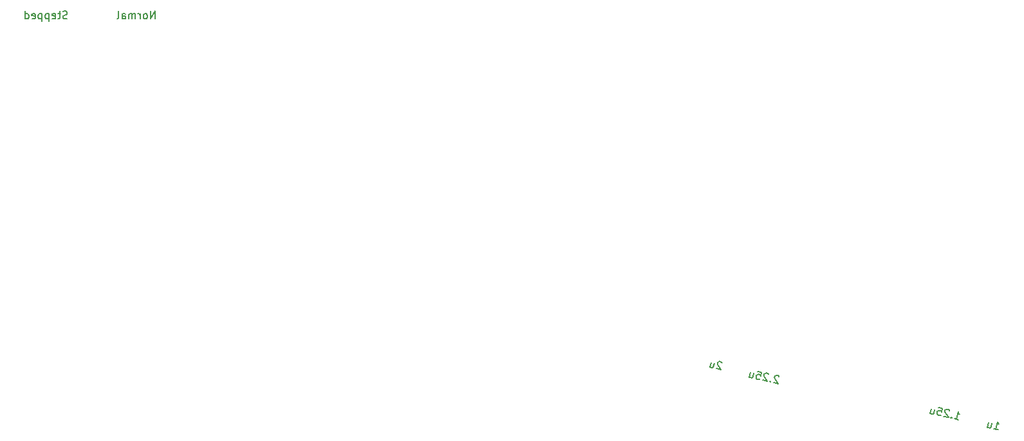
<source format=gbr>
G04 #@! TF.GenerationSoftware,KiCad,Pcbnew,(5.1.6)-1*
G04 #@! TF.CreationDate,2021-01-23T12:11:55-06:00*
G04 #@! TF.ProjectId,basketweave,6261736b-6574-4776-9561-76652e6b6963,rev?*
G04 #@! TF.SameCoordinates,Original*
G04 #@! TF.FileFunction,Legend,Bot*
G04 #@! TF.FilePolarity,Positive*
%FSLAX46Y46*%
G04 Gerber Fmt 4.6, Leading zero omitted, Abs format (unit mm)*
G04 Created by KiCad (PCBNEW (5.1.6)-1) date 2021-01-23 12:11:55*
%MOMM*%
%LPD*%
G01*
G04 APERTURE LIST*
%ADD10C,0.200000*%
G04 APERTURE END LIST*
D10*
X73866071Y-159996130D02*
X73866071Y-158996130D01*
X73294642Y-159996130D01*
X73294642Y-158996130D01*
X72675595Y-159996130D02*
X72770833Y-159948511D01*
X72818452Y-159900892D01*
X72866071Y-159805654D01*
X72866071Y-159519940D01*
X72818452Y-159424702D01*
X72770833Y-159377083D01*
X72675595Y-159329464D01*
X72532738Y-159329464D01*
X72437500Y-159377083D01*
X72389880Y-159424702D01*
X72342261Y-159519940D01*
X72342261Y-159805654D01*
X72389880Y-159900892D01*
X72437500Y-159948511D01*
X72532738Y-159996130D01*
X72675595Y-159996130D01*
X71913690Y-159996130D02*
X71913690Y-159329464D01*
X71913690Y-159519940D02*
X71866071Y-159424702D01*
X71818452Y-159377083D01*
X71723214Y-159329464D01*
X71627976Y-159329464D01*
X71294642Y-159996130D02*
X71294642Y-159329464D01*
X71294642Y-159424702D02*
X71247023Y-159377083D01*
X71151785Y-159329464D01*
X71008928Y-159329464D01*
X70913690Y-159377083D01*
X70866071Y-159472321D01*
X70866071Y-159996130D01*
X70866071Y-159472321D02*
X70818452Y-159377083D01*
X70723214Y-159329464D01*
X70580357Y-159329464D01*
X70485119Y-159377083D01*
X70437500Y-159472321D01*
X70437500Y-159996130D01*
X69532738Y-159996130D02*
X69532738Y-159472321D01*
X69580357Y-159377083D01*
X69675595Y-159329464D01*
X69866071Y-159329464D01*
X69961309Y-159377083D01*
X69532738Y-159948511D02*
X69627976Y-159996130D01*
X69866071Y-159996130D01*
X69961309Y-159948511D01*
X70008928Y-159853273D01*
X70008928Y-159758035D01*
X69961309Y-159662797D01*
X69866071Y-159615178D01*
X69627976Y-159615178D01*
X69532738Y-159567559D01*
X68913690Y-159996130D02*
X69008928Y-159948511D01*
X69056547Y-159853273D01*
X69056547Y-158996130D01*
X62316964Y-159948511D02*
X62174107Y-159996130D01*
X61936011Y-159996130D01*
X61840773Y-159948511D01*
X61793154Y-159900892D01*
X61745535Y-159805654D01*
X61745535Y-159710416D01*
X61793154Y-159615178D01*
X61840773Y-159567559D01*
X61936011Y-159519940D01*
X62126488Y-159472321D01*
X62221726Y-159424702D01*
X62269345Y-159377083D01*
X62316964Y-159281845D01*
X62316964Y-159186607D01*
X62269345Y-159091369D01*
X62221726Y-159043750D01*
X62126488Y-158996130D01*
X61888392Y-158996130D01*
X61745535Y-159043750D01*
X61459821Y-159329464D02*
X61078869Y-159329464D01*
X61316964Y-158996130D02*
X61316964Y-159853273D01*
X61269345Y-159948511D01*
X61174107Y-159996130D01*
X61078869Y-159996130D01*
X60364583Y-159948511D02*
X60459821Y-159996130D01*
X60650297Y-159996130D01*
X60745535Y-159948511D01*
X60793154Y-159853273D01*
X60793154Y-159472321D01*
X60745535Y-159377083D01*
X60650297Y-159329464D01*
X60459821Y-159329464D01*
X60364583Y-159377083D01*
X60316964Y-159472321D01*
X60316964Y-159567559D01*
X60793154Y-159662797D01*
X59888392Y-159329464D02*
X59888392Y-160329464D01*
X59888392Y-159377083D02*
X59793154Y-159329464D01*
X59602678Y-159329464D01*
X59507440Y-159377083D01*
X59459821Y-159424702D01*
X59412202Y-159519940D01*
X59412202Y-159805654D01*
X59459821Y-159900892D01*
X59507440Y-159948511D01*
X59602678Y-159996130D01*
X59793154Y-159996130D01*
X59888392Y-159948511D01*
X58983630Y-159329464D02*
X58983630Y-160329464D01*
X58983630Y-159377083D02*
X58888392Y-159329464D01*
X58697916Y-159329464D01*
X58602678Y-159377083D01*
X58555059Y-159424702D01*
X58507440Y-159519940D01*
X58507440Y-159805654D01*
X58555059Y-159900892D01*
X58602678Y-159948511D01*
X58697916Y-159996130D01*
X58888392Y-159996130D01*
X58983630Y-159948511D01*
X57697916Y-159948511D02*
X57793154Y-159996130D01*
X57983630Y-159996130D01*
X58078869Y-159948511D01*
X58126488Y-159853273D01*
X58126488Y-159472321D01*
X58078869Y-159377083D01*
X57983630Y-159329464D01*
X57793154Y-159329464D01*
X57697916Y-159377083D01*
X57650297Y-159472321D01*
X57650297Y-159567559D01*
X58126488Y-159662797D01*
X56793154Y-159996130D02*
X56793154Y-158996130D01*
X56793154Y-159948511D02*
X56888392Y-159996130D01*
X57078869Y-159996130D01*
X57174107Y-159948511D01*
X57221726Y-159900892D01*
X57269345Y-159805654D01*
X57269345Y-159519940D01*
X57221726Y-159424702D01*
X57174107Y-159377083D01*
X57078869Y-159329464D01*
X56888392Y-159329464D01*
X56793154Y-159377083D01*
X184218969Y-213995897D02*
X184777910Y-214114703D01*
X184498440Y-214055300D02*
X184706351Y-213077153D01*
X184769806Y-213236689D01*
X184843162Y-213349647D01*
X184926419Y-213416027D01*
X183519164Y-213165588D02*
X183380557Y-213817687D01*
X183938370Y-213254693D02*
X183829464Y-213767056D01*
X183763085Y-213850313D01*
X183660027Y-213877090D01*
X183520292Y-213847388D01*
X183437036Y-213781009D01*
X183400358Y-213724530D01*
X179033430Y-212655911D02*
X179592372Y-212774717D01*
X179312901Y-212715314D02*
X179520813Y-211737166D01*
X179584268Y-211896703D01*
X179657624Y-212009661D01*
X179740880Y-212076041D01*
X178634025Y-212473649D02*
X178577546Y-212510327D01*
X178614224Y-212566806D01*
X178670703Y-212530128D01*
X178634025Y-212473649D01*
X178614224Y-212566806D01*
X178383129Y-211592710D02*
X178346451Y-211536231D01*
X178263194Y-211469851D01*
X178030302Y-211420349D01*
X177927245Y-211447126D01*
X177870766Y-211483804D01*
X177804386Y-211567060D01*
X177784585Y-211660217D01*
X177801462Y-211809853D01*
X178241596Y-212487601D01*
X177636077Y-212358894D01*
X176958998Y-211192636D02*
X177424782Y-211291641D01*
X177372355Y-211767327D01*
X177335677Y-211710848D01*
X177252421Y-211644468D01*
X177019528Y-211594965D01*
X176916471Y-211621743D01*
X176859992Y-211658420D01*
X176793612Y-211741677D01*
X176744110Y-211974569D01*
X176770887Y-212077627D01*
X176807565Y-212134106D01*
X176890821Y-212200485D01*
X177123713Y-212249988D01*
X177226771Y-212223211D01*
X177283250Y-212186533D01*
X176004703Y-211330574D02*
X175866095Y-211982673D01*
X176423909Y-211419679D02*
X176315003Y-211932042D01*
X176248623Y-212015299D01*
X176145566Y-212042076D01*
X176005831Y-212012375D01*
X175922574Y-211945995D01*
X175885896Y-211889516D01*
X155967982Y-207127227D02*
X155931304Y-207070748D01*
X155848048Y-207004368D01*
X155615156Y-206954865D01*
X155512098Y-206981643D01*
X155455619Y-207018321D01*
X155389240Y-207101577D01*
X155369439Y-207194734D01*
X155386315Y-207344370D01*
X155826450Y-208022118D01*
X155220930Y-207893411D01*
X154821525Y-207711149D02*
X154765046Y-207747827D01*
X154801724Y-207804306D01*
X154858203Y-207767628D01*
X154821525Y-207711149D01*
X154801724Y-207804306D01*
X154570629Y-206830210D02*
X154533951Y-206773731D01*
X154450694Y-206707351D01*
X154217802Y-206657849D01*
X154114745Y-206684626D01*
X154058266Y-206721304D01*
X153991886Y-206804560D01*
X153972085Y-206897717D01*
X153988962Y-207047353D01*
X154429096Y-207725101D01*
X153823577Y-207596394D01*
X153146498Y-206430136D02*
X153612282Y-206529141D01*
X153559855Y-207004827D01*
X153523177Y-206948348D01*
X153439921Y-206881968D01*
X153207028Y-206832465D01*
X153103971Y-206859243D01*
X153047492Y-206895920D01*
X152981112Y-206979177D01*
X152931610Y-207212069D01*
X152958387Y-207315127D01*
X152995065Y-207371606D01*
X153078321Y-207437985D01*
X153311213Y-207487488D01*
X153414271Y-207460711D01*
X153470750Y-207424033D01*
X152192203Y-206568074D02*
X152053595Y-207220173D01*
X152611409Y-206657179D02*
X152502503Y-207169542D01*
X152436123Y-207252799D01*
X152333066Y-207279576D01*
X152193331Y-207249875D01*
X152110074Y-207183495D01*
X152073396Y-207127016D01*
X148453521Y-205292213D02*
X148416843Y-205235734D01*
X148333587Y-205169354D01*
X148100694Y-205119851D01*
X147997637Y-205146629D01*
X147941158Y-205183307D01*
X147874778Y-205266563D01*
X147854977Y-205359720D01*
X147871854Y-205509356D01*
X148311989Y-206187104D01*
X147706469Y-206058397D01*
X147006664Y-205228088D02*
X146868057Y-205880187D01*
X147425870Y-205317193D02*
X147316964Y-205829556D01*
X147250585Y-205912813D01*
X147147527Y-205939590D01*
X147007792Y-205909888D01*
X146924536Y-205843509D01*
X146887858Y-205787030D01*
M02*

</source>
